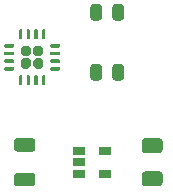
<source format=gbr>
%TF.GenerationSoftware,KiCad,Pcbnew,5.1.9+dfsg1-1~bpo10+1*%
%TF.CreationDate,Date%
%TF.ProjectId,test,74657374-2e6b-4696-9361-645f70636258,v2*%
%TF.SameCoordinates,Original*%
%TF.FileFunction,Paste,Top*%
%TF.FilePolarity,Positive*%
%FSLAX46Y46*%
G04 Gerber Fmt 4.6, Leading zero omitted, Abs format (unit mm)*
G04 Created by KiCad*
%MOMM*%
%LPD*%
G01*
G04 APERTURE LIST*
%ADD10R,1.060000X0.650000*%
G04 APERTURE END LIST*
%TO.C,R2*%
G36*
G01*
X131260000Y-97611250D02*
X131260000Y-96698750D01*
G75*
G02*
X131503750Y-96455000I243750J0D01*
G01*
X131991250Y-96455000D01*
G75*
G02*
X132235000Y-96698750I0J-243750D01*
G01*
X132235000Y-97611250D01*
G75*
G02*
X131991250Y-97855000I-243750J0D01*
G01*
X131503750Y-97855000D01*
G75*
G02*
X131260000Y-97611250I0J243750D01*
G01*
G37*
G36*
G01*
X129385000Y-97611250D02*
X129385000Y-96698750D01*
G75*
G02*
X129628750Y-96455000I243750J0D01*
G01*
X130116250Y-96455000D01*
G75*
G02*
X130360000Y-96698750I0J-243750D01*
G01*
X130360000Y-97611250D01*
G75*
G02*
X130116250Y-97855000I-243750J0D01*
G01*
X129628750Y-97855000D01*
G75*
G02*
X129385000Y-97611250I0J243750D01*
G01*
G37*
%TD*%
%TO.C,R1*%
G36*
G01*
X131260000Y-92531250D02*
X131260000Y-91618750D01*
G75*
G02*
X131503750Y-91375000I243750J0D01*
G01*
X131991250Y-91375000D01*
G75*
G02*
X132235000Y-91618750I0J-243750D01*
G01*
X132235000Y-92531250D01*
G75*
G02*
X131991250Y-92775000I-243750J0D01*
G01*
X131503750Y-92775000D01*
G75*
G02*
X131260000Y-92531250I0J243750D01*
G01*
G37*
G36*
G01*
X129385000Y-92531250D02*
X129385000Y-91618750D01*
G75*
G02*
X129628750Y-91375000I243750J0D01*
G01*
X130116250Y-91375000D01*
G75*
G02*
X130360000Y-91618750I0J-243750D01*
G01*
X130360000Y-92531250D01*
G75*
G02*
X130116250Y-92775000I-243750J0D01*
G01*
X129628750Y-92775000D01*
G75*
G02*
X129385000Y-92531250I0J243750D01*
G01*
G37*
%TD*%
%TO.C,U2*%
G36*
G01*
X123335000Y-94285000D02*
X123335000Y-93585000D01*
G75*
G02*
X123410000Y-93510000I75000J0D01*
G01*
X123560000Y-93510000D01*
G75*
G02*
X123635000Y-93585000I0J-75000D01*
G01*
X123635000Y-94285000D01*
G75*
G02*
X123560000Y-94360000I-75000J0D01*
G01*
X123410000Y-94360000D01*
G75*
G02*
X123335000Y-94285000I0J75000D01*
G01*
G37*
G36*
G01*
X123985000Y-94285000D02*
X123985000Y-93585000D01*
G75*
G02*
X124060000Y-93510000I75000J0D01*
G01*
X124210000Y-93510000D01*
G75*
G02*
X124285000Y-93585000I0J-75000D01*
G01*
X124285000Y-94285000D01*
G75*
G02*
X124210000Y-94360000I-75000J0D01*
G01*
X124060000Y-94360000D01*
G75*
G02*
X123985000Y-94285000I0J75000D01*
G01*
G37*
G36*
G01*
X124635000Y-94285000D02*
X124635000Y-93585000D01*
G75*
G02*
X124710000Y-93510000I75000J0D01*
G01*
X124860000Y-93510000D01*
G75*
G02*
X124935000Y-93585000I0J-75000D01*
G01*
X124935000Y-94285000D01*
G75*
G02*
X124860000Y-94360000I-75000J0D01*
G01*
X124710000Y-94360000D01*
G75*
G02*
X124635000Y-94285000I0J75000D01*
G01*
G37*
G36*
G01*
X125285000Y-94285000D02*
X125285000Y-93585000D01*
G75*
G02*
X125360000Y-93510000I75000J0D01*
G01*
X125510000Y-93510000D01*
G75*
G02*
X125585000Y-93585000I0J-75000D01*
G01*
X125585000Y-94285000D01*
G75*
G02*
X125510000Y-94360000I-75000J0D01*
G01*
X125360000Y-94360000D01*
G75*
G02*
X125285000Y-94285000I0J75000D01*
G01*
G37*
G36*
G01*
X125985000Y-94985000D02*
X125985000Y-94835000D01*
G75*
G02*
X126060000Y-94760000I75000J0D01*
G01*
X126760000Y-94760000D01*
G75*
G02*
X126835000Y-94835000I0J-75000D01*
G01*
X126835000Y-94985000D01*
G75*
G02*
X126760000Y-95060000I-75000J0D01*
G01*
X126060000Y-95060000D01*
G75*
G02*
X125985000Y-94985000I0J75000D01*
G01*
G37*
G36*
G01*
X125985000Y-95635000D02*
X125985000Y-95485000D01*
G75*
G02*
X126060000Y-95410000I75000J0D01*
G01*
X126760000Y-95410000D01*
G75*
G02*
X126835000Y-95485000I0J-75000D01*
G01*
X126835000Y-95635000D01*
G75*
G02*
X126760000Y-95710000I-75000J0D01*
G01*
X126060000Y-95710000D01*
G75*
G02*
X125985000Y-95635000I0J75000D01*
G01*
G37*
G36*
G01*
X125985000Y-96285000D02*
X125985000Y-96135000D01*
G75*
G02*
X126060000Y-96060000I75000J0D01*
G01*
X126760000Y-96060000D01*
G75*
G02*
X126835000Y-96135000I0J-75000D01*
G01*
X126835000Y-96285000D01*
G75*
G02*
X126760000Y-96360000I-75000J0D01*
G01*
X126060000Y-96360000D01*
G75*
G02*
X125985000Y-96285000I0J75000D01*
G01*
G37*
G36*
G01*
X125985000Y-96935000D02*
X125985000Y-96785000D01*
G75*
G02*
X126060000Y-96710000I75000J0D01*
G01*
X126760000Y-96710000D01*
G75*
G02*
X126835000Y-96785000I0J-75000D01*
G01*
X126835000Y-96935000D01*
G75*
G02*
X126760000Y-97010000I-75000J0D01*
G01*
X126060000Y-97010000D01*
G75*
G02*
X125985000Y-96935000I0J75000D01*
G01*
G37*
G36*
G01*
X125285000Y-98185000D02*
X125285000Y-97485000D01*
G75*
G02*
X125360000Y-97410000I75000J0D01*
G01*
X125510000Y-97410000D01*
G75*
G02*
X125585000Y-97485000I0J-75000D01*
G01*
X125585000Y-98185000D01*
G75*
G02*
X125510000Y-98260000I-75000J0D01*
G01*
X125360000Y-98260000D01*
G75*
G02*
X125285000Y-98185000I0J75000D01*
G01*
G37*
G36*
G01*
X124635000Y-98185000D02*
X124635000Y-97485000D01*
G75*
G02*
X124710000Y-97410000I75000J0D01*
G01*
X124860000Y-97410000D01*
G75*
G02*
X124935000Y-97485000I0J-75000D01*
G01*
X124935000Y-98185000D01*
G75*
G02*
X124860000Y-98260000I-75000J0D01*
G01*
X124710000Y-98260000D01*
G75*
G02*
X124635000Y-98185000I0J75000D01*
G01*
G37*
G36*
G01*
X123985000Y-98185000D02*
X123985000Y-97485000D01*
G75*
G02*
X124060000Y-97410000I75000J0D01*
G01*
X124210000Y-97410000D01*
G75*
G02*
X124285000Y-97485000I0J-75000D01*
G01*
X124285000Y-98185000D01*
G75*
G02*
X124210000Y-98260000I-75000J0D01*
G01*
X124060000Y-98260000D01*
G75*
G02*
X123985000Y-98185000I0J75000D01*
G01*
G37*
G36*
G01*
X123335000Y-98185000D02*
X123335000Y-97485000D01*
G75*
G02*
X123410000Y-97410000I75000J0D01*
G01*
X123560000Y-97410000D01*
G75*
G02*
X123635000Y-97485000I0J-75000D01*
G01*
X123635000Y-98185000D01*
G75*
G02*
X123560000Y-98260000I-75000J0D01*
G01*
X123410000Y-98260000D01*
G75*
G02*
X123335000Y-98185000I0J75000D01*
G01*
G37*
G36*
G01*
X122085000Y-96935000D02*
X122085000Y-96785000D01*
G75*
G02*
X122160000Y-96710000I75000J0D01*
G01*
X122860000Y-96710000D01*
G75*
G02*
X122935000Y-96785000I0J-75000D01*
G01*
X122935000Y-96935000D01*
G75*
G02*
X122860000Y-97010000I-75000J0D01*
G01*
X122160000Y-97010000D01*
G75*
G02*
X122085000Y-96935000I0J75000D01*
G01*
G37*
G36*
G01*
X122085000Y-96285000D02*
X122085000Y-96135000D01*
G75*
G02*
X122160000Y-96060000I75000J0D01*
G01*
X122860000Y-96060000D01*
G75*
G02*
X122935000Y-96135000I0J-75000D01*
G01*
X122935000Y-96285000D01*
G75*
G02*
X122860000Y-96360000I-75000J0D01*
G01*
X122160000Y-96360000D01*
G75*
G02*
X122085000Y-96285000I0J75000D01*
G01*
G37*
G36*
G01*
X122085000Y-95635000D02*
X122085000Y-95485000D01*
G75*
G02*
X122160000Y-95410000I75000J0D01*
G01*
X122860000Y-95410000D01*
G75*
G02*
X122935000Y-95485000I0J-75000D01*
G01*
X122935000Y-95635000D01*
G75*
G02*
X122860000Y-95710000I-75000J0D01*
G01*
X122160000Y-95710000D01*
G75*
G02*
X122085000Y-95635000I0J75000D01*
G01*
G37*
G36*
G01*
X122085000Y-94985000D02*
X122085000Y-94835000D01*
G75*
G02*
X122160000Y-94760000I75000J0D01*
G01*
X122860000Y-94760000D01*
G75*
G02*
X122935000Y-94835000I0J-75000D01*
G01*
X122935000Y-94985000D01*
G75*
G02*
X122860000Y-95060000I-75000J0D01*
G01*
X122160000Y-95060000D01*
G75*
G02*
X122085000Y-94985000I0J75000D01*
G01*
G37*
G36*
G01*
X124560000Y-96622500D02*
X124560000Y-96197500D01*
G75*
G02*
X124772500Y-95985000I212500J0D01*
G01*
X125197500Y-95985000D01*
G75*
G02*
X125410000Y-96197500I0J-212500D01*
G01*
X125410000Y-96622500D01*
G75*
G02*
X125197500Y-96835000I-212500J0D01*
G01*
X124772500Y-96835000D01*
G75*
G02*
X124560000Y-96622500I0J212500D01*
G01*
G37*
G36*
G01*
X124560000Y-95572500D02*
X124560000Y-95147500D01*
G75*
G02*
X124772500Y-94935000I212500J0D01*
G01*
X125197500Y-94935000D01*
G75*
G02*
X125410000Y-95147500I0J-212500D01*
G01*
X125410000Y-95572500D01*
G75*
G02*
X125197500Y-95785000I-212500J0D01*
G01*
X124772500Y-95785000D01*
G75*
G02*
X124560000Y-95572500I0J212500D01*
G01*
G37*
G36*
G01*
X123510000Y-96622500D02*
X123510000Y-96197500D01*
G75*
G02*
X123722500Y-95985000I212500J0D01*
G01*
X124147500Y-95985000D01*
G75*
G02*
X124360000Y-96197500I0J-212500D01*
G01*
X124360000Y-96622500D01*
G75*
G02*
X124147500Y-96835000I-212500J0D01*
G01*
X123722500Y-96835000D01*
G75*
G02*
X123510000Y-96622500I0J212500D01*
G01*
G37*
G36*
G01*
X123510000Y-95572500D02*
X123510000Y-95147500D01*
G75*
G02*
X123722500Y-94935000I212500J0D01*
G01*
X124147500Y-94935000D01*
G75*
G02*
X124360000Y-95147500I0J-212500D01*
G01*
X124360000Y-95572500D01*
G75*
G02*
X124147500Y-95785000I-212500J0D01*
G01*
X123722500Y-95785000D01*
G75*
G02*
X123510000Y-95572500I0J212500D01*
G01*
G37*
%TD*%
D10*
%TO.C,U1*%
X130640000Y-103825000D03*
X130640000Y-105725000D03*
X128440000Y-105725000D03*
X128440000Y-104775000D03*
X128440000Y-103825000D03*
%TD*%
%TO.C,C2*%
G36*
G01*
X135245000Y-104000000D02*
X133995000Y-104000000D01*
G75*
G02*
X133745000Y-103750000I0J250000D01*
G01*
X133745000Y-103000000D01*
G75*
G02*
X133995000Y-102750000I250000J0D01*
G01*
X135245000Y-102750000D01*
G75*
G02*
X135495000Y-103000000I0J-250000D01*
G01*
X135495000Y-103750000D01*
G75*
G02*
X135245000Y-104000000I-250000J0D01*
G01*
G37*
G36*
G01*
X135245000Y-106800000D02*
X133995000Y-106800000D01*
G75*
G02*
X133745000Y-106550000I0J250000D01*
G01*
X133745000Y-105800000D01*
G75*
G02*
X133995000Y-105550000I250000J0D01*
G01*
X135245000Y-105550000D01*
G75*
G02*
X135495000Y-105800000I0J-250000D01*
G01*
X135495000Y-106550000D01*
G75*
G02*
X135245000Y-106800000I-250000J0D01*
G01*
G37*
%TD*%
%TO.C,C1*%
G36*
G01*
X124475001Y-103875000D02*
X123174999Y-103875000D01*
G75*
G02*
X122925000Y-103625001I0J249999D01*
G01*
X122925000Y-102974999D01*
G75*
G02*
X123174999Y-102725000I249999J0D01*
G01*
X124475001Y-102725000D01*
G75*
G02*
X124725000Y-102974999I0J-249999D01*
G01*
X124725000Y-103625001D01*
G75*
G02*
X124475001Y-103875000I-249999J0D01*
G01*
G37*
G36*
G01*
X124475001Y-106825000D02*
X123174999Y-106825000D01*
G75*
G02*
X122925000Y-106575001I0J249999D01*
G01*
X122925000Y-105924999D01*
G75*
G02*
X123174999Y-105675000I249999J0D01*
G01*
X124475001Y-105675000D01*
G75*
G02*
X124725000Y-105924999I0J-249999D01*
G01*
X124725000Y-106575001D01*
G75*
G02*
X124475001Y-106825000I-249999J0D01*
G01*
G37*
%TD*%
M02*

</source>
